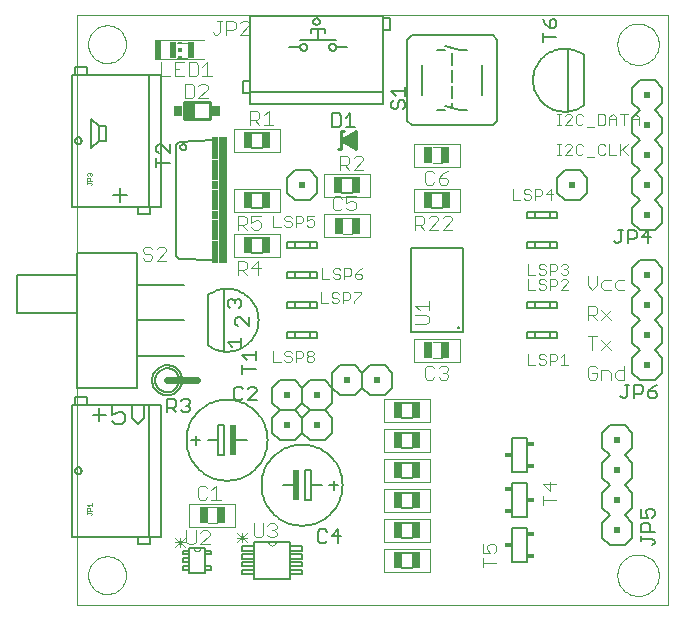
<source format=gto>
G75*
G70*
%OFA0B0*%
%FSLAX24Y24*%
%IPPOS*%
%LPD*%
%AMOC8*
5,1,8,0,0,1.08239X$1,22.5*
%
%ADD10C,0.0000*%
%ADD11C,0.0060*%
%ADD12C,0.0040*%
%ADD13C,0.0030*%
%ADD14C,0.0050*%
%ADD15R,0.0118X0.0059*%
%ADD16R,0.0118X0.0118*%
%ADD17R,0.0236X0.0531*%
%ADD18R,0.1634X0.0030*%
%ADD19R,0.0049X0.0591*%
%ADD20R,0.0197X0.0591*%
%ADD21C,0.0020*%
%ADD22R,0.0256X0.0551*%
%ADD23C,0.0080*%
%ADD24C,0.0010*%
%ADD25R,0.0295X0.0571*%
%ADD26R,0.0200X0.1000*%
%ADD27R,0.0200X0.0200*%
%ADD28C,0.0100*%
%ADD29C,0.0240*%
%ADD30R,0.0300X0.4200*%
%ADD31R,0.0200X0.0750*%
%ADD32R,0.0200X0.0300*%
%ADD33R,0.0200X0.0700*%
%ADD34R,0.0295X0.0335*%
%ADD35R,0.0354X0.0531*%
%ADD36R,0.0230X0.0180*%
D10*
X002125Y000100D02*
X002125Y019785D01*
X021810Y019785D01*
X021810Y000100D01*
X002125Y000100D01*
X002495Y001100D02*
X002497Y001150D01*
X002503Y001200D01*
X002513Y001249D01*
X002527Y001297D01*
X002544Y001344D01*
X002565Y001389D01*
X002590Y001433D01*
X002618Y001474D01*
X002650Y001513D01*
X002684Y001550D01*
X002721Y001584D01*
X002761Y001614D01*
X002803Y001641D01*
X002847Y001665D01*
X002893Y001686D01*
X002940Y001702D01*
X002988Y001715D01*
X003038Y001724D01*
X003087Y001729D01*
X003138Y001730D01*
X003188Y001727D01*
X003237Y001720D01*
X003286Y001709D01*
X003334Y001694D01*
X003380Y001676D01*
X003425Y001654D01*
X003468Y001628D01*
X003509Y001599D01*
X003548Y001567D01*
X003584Y001532D01*
X003616Y001494D01*
X003646Y001454D01*
X003673Y001411D01*
X003696Y001367D01*
X003715Y001321D01*
X003731Y001273D01*
X003743Y001224D01*
X003751Y001175D01*
X003755Y001125D01*
X003755Y001075D01*
X003751Y001025D01*
X003743Y000976D01*
X003731Y000927D01*
X003715Y000879D01*
X003696Y000833D01*
X003673Y000789D01*
X003646Y000746D01*
X003616Y000706D01*
X003584Y000668D01*
X003548Y000633D01*
X003509Y000601D01*
X003468Y000572D01*
X003425Y000546D01*
X003380Y000524D01*
X003334Y000506D01*
X003286Y000491D01*
X003237Y000480D01*
X003188Y000473D01*
X003138Y000470D01*
X003087Y000471D01*
X003038Y000476D01*
X002988Y000485D01*
X002940Y000498D01*
X002893Y000514D01*
X002847Y000535D01*
X002803Y000559D01*
X002761Y000586D01*
X002721Y000616D01*
X002684Y000650D01*
X002650Y000687D01*
X002618Y000726D01*
X002590Y000767D01*
X002565Y000811D01*
X002544Y000856D01*
X002527Y000903D01*
X002513Y000951D01*
X002503Y001000D01*
X002497Y001050D01*
X002495Y001100D01*
X006005Y002020D02*
X006008Y001999D01*
X006014Y001979D01*
X006024Y001961D01*
X006036Y001944D01*
X006052Y001930D01*
X006069Y001919D01*
X006089Y001911D01*
X006109Y001906D01*
X006130Y001905D01*
X006151Y001908D01*
X006171Y001914D01*
X006189Y001924D01*
X006206Y001936D01*
X006220Y001952D01*
X006231Y001969D01*
X006239Y001989D01*
X006244Y002009D01*
X006245Y002030D01*
X006175Y001920D02*
X006156Y001913D01*
X006135Y001909D01*
X006115Y001909D01*
X006094Y001913D01*
X006075Y001920D01*
X008505Y002210D02*
X008507Y002189D01*
X008512Y002169D01*
X008521Y002150D01*
X008533Y002133D01*
X008548Y002118D01*
X008565Y002106D01*
X008584Y002097D01*
X008604Y002092D01*
X008625Y002090D01*
X008646Y002092D01*
X008666Y002097D01*
X008685Y002106D01*
X008702Y002118D01*
X008717Y002133D01*
X008729Y002150D01*
X008738Y002169D01*
X008743Y002189D01*
X008745Y002210D01*
X008743Y002189D01*
X008738Y002169D01*
X008729Y002150D01*
X008717Y002133D01*
X008702Y002118D01*
X008685Y002106D01*
X008666Y002097D01*
X008646Y002092D01*
X008625Y002090D01*
X008604Y002092D01*
X008584Y002097D01*
X008565Y002106D01*
X008548Y002118D01*
X008533Y002133D01*
X008521Y002150D01*
X008512Y002169D01*
X008507Y002189D01*
X008505Y002210D01*
X020136Y001100D02*
X020138Y001152D01*
X020144Y001204D01*
X020154Y001255D01*
X020167Y001305D01*
X020185Y001355D01*
X020206Y001402D01*
X020230Y001448D01*
X020259Y001492D01*
X020290Y001534D01*
X020324Y001573D01*
X020361Y001610D01*
X020401Y001643D01*
X020444Y001674D01*
X020488Y001701D01*
X020534Y001725D01*
X020583Y001745D01*
X020632Y001761D01*
X020683Y001774D01*
X020734Y001783D01*
X020786Y001788D01*
X020838Y001789D01*
X020890Y001786D01*
X020942Y001779D01*
X020993Y001768D01*
X021043Y001754D01*
X021092Y001735D01*
X021139Y001713D01*
X021184Y001688D01*
X021228Y001659D01*
X021269Y001627D01*
X021308Y001592D01*
X021343Y001554D01*
X021376Y001513D01*
X021406Y001471D01*
X021432Y001426D01*
X021455Y001379D01*
X021474Y001330D01*
X021490Y001280D01*
X021502Y001230D01*
X021510Y001178D01*
X021514Y001126D01*
X021514Y001074D01*
X021510Y001022D01*
X021502Y000970D01*
X021490Y000920D01*
X021474Y000870D01*
X021455Y000821D01*
X021432Y000774D01*
X021406Y000729D01*
X021376Y000687D01*
X021343Y000646D01*
X021308Y000608D01*
X021269Y000573D01*
X021228Y000541D01*
X021184Y000512D01*
X021139Y000487D01*
X021092Y000465D01*
X021043Y000446D01*
X020993Y000432D01*
X020942Y000421D01*
X020890Y000414D01*
X020838Y000411D01*
X020786Y000412D01*
X020734Y000417D01*
X020683Y000426D01*
X020632Y000439D01*
X020583Y000455D01*
X020534Y000475D01*
X020488Y000499D01*
X020444Y000526D01*
X020401Y000557D01*
X020361Y000590D01*
X020324Y000627D01*
X020290Y000666D01*
X020259Y000708D01*
X020230Y000752D01*
X020206Y000798D01*
X020185Y000845D01*
X020167Y000895D01*
X020154Y000945D01*
X020144Y000996D01*
X020138Y001048D01*
X020136Y001100D01*
X020136Y018800D02*
X020138Y018852D01*
X020144Y018904D01*
X020154Y018955D01*
X020167Y019005D01*
X020185Y019055D01*
X020206Y019102D01*
X020230Y019148D01*
X020259Y019192D01*
X020290Y019234D01*
X020324Y019273D01*
X020361Y019310D01*
X020401Y019343D01*
X020444Y019374D01*
X020488Y019401D01*
X020534Y019425D01*
X020583Y019445D01*
X020632Y019461D01*
X020683Y019474D01*
X020734Y019483D01*
X020786Y019488D01*
X020838Y019489D01*
X020890Y019486D01*
X020942Y019479D01*
X020993Y019468D01*
X021043Y019454D01*
X021092Y019435D01*
X021139Y019413D01*
X021184Y019388D01*
X021228Y019359D01*
X021269Y019327D01*
X021308Y019292D01*
X021343Y019254D01*
X021376Y019213D01*
X021406Y019171D01*
X021432Y019126D01*
X021455Y019079D01*
X021474Y019030D01*
X021490Y018980D01*
X021502Y018930D01*
X021510Y018878D01*
X021514Y018826D01*
X021514Y018774D01*
X021510Y018722D01*
X021502Y018670D01*
X021490Y018620D01*
X021474Y018570D01*
X021455Y018521D01*
X021432Y018474D01*
X021406Y018429D01*
X021376Y018387D01*
X021343Y018346D01*
X021308Y018308D01*
X021269Y018273D01*
X021228Y018241D01*
X021184Y018212D01*
X021139Y018187D01*
X021092Y018165D01*
X021043Y018146D01*
X020993Y018132D01*
X020942Y018121D01*
X020890Y018114D01*
X020838Y018111D01*
X020786Y018112D01*
X020734Y018117D01*
X020683Y018126D01*
X020632Y018139D01*
X020583Y018155D01*
X020534Y018175D01*
X020488Y018199D01*
X020444Y018226D01*
X020401Y018257D01*
X020361Y018290D01*
X020324Y018327D01*
X020290Y018366D01*
X020259Y018408D01*
X020230Y018452D01*
X020206Y018498D01*
X020185Y018545D01*
X020167Y018595D01*
X020154Y018645D01*
X020144Y018696D01*
X020138Y018748D01*
X020136Y018800D01*
X002495Y018800D02*
X002497Y018850D01*
X002503Y018900D01*
X002513Y018949D01*
X002527Y018997D01*
X002544Y019044D01*
X002565Y019089D01*
X002590Y019133D01*
X002618Y019174D01*
X002650Y019213D01*
X002684Y019250D01*
X002721Y019284D01*
X002761Y019314D01*
X002803Y019341D01*
X002847Y019365D01*
X002893Y019386D01*
X002940Y019402D01*
X002988Y019415D01*
X003038Y019424D01*
X003087Y019429D01*
X003138Y019430D01*
X003188Y019427D01*
X003237Y019420D01*
X003286Y019409D01*
X003334Y019394D01*
X003380Y019376D01*
X003425Y019354D01*
X003468Y019328D01*
X003509Y019299D01*
X003548Y019267D01*
X003584Y019232D01*
X003616Y019194D01*
X003646Y019154D01*
X003673Y019111D01*
X003696Y019067D01*
X003715Y019021D01*
X003731Y018973D01*
X003743Y018924D01*
X003751Y018875D01*
X003755Y018825D01*
X003755Y018775D01*
X003751Y018725D01*
X003743Y018676D01*
X003731Y018627D01*
X003715Y018579D01*
X003696Y018533D01*
X003673Y018489D01*
X003646Y018446D01*
X003616Y018406D01*
X003584Y018368D01*
X003548Y018333D01*
X003509Y018301D01*
X003468Y018272D01*
X003425Y018246D01*
X003380Y018224D01*
X003334Y018206D01*
X003286Y018191D01*
X003237Y018180D01*
X003188Y018173D01*
X003138Y018170D01*
X003087Y018171D01*
X003038Y018176D01*
X002988Y018185D01*
X002940Y018198D01*
X002893Y018214D01*
X002847Y018235D01*
X002803Y018259D01*
X002761Y018286D01*
X002721Y018316D01*
X002684Y018350D01*
X002650Y018387D01*
X002618Y018426D01*
X002590Y018467D01*
X002565Y018511D01*
X002544Y018556D01*
X002527Y018603D01*
X002513Y018651D01*
X002503Y018700D01*
X002497Y018750D01*
X002495Y018800D01*
D11*
X002605Y016300D02*
X002605Y015340D01*
X002845Y015580D01*
X002845Y016060D01*
X002605Y016300D01*
X002845Y016060D02*
X003085Y016060D01*
X003085Y015580D01*
X002845Y015580D01*
X003565Y014020D02*
X003565Y013540D01*
X003325Y013780D02*
X003805Y013780D01*
X007964Y013850D02*
X008286Y013850D01*
X008286Y013350D02*
X007964Y013350D01*
X007964Y012350D02*
X008286Y012350D01*
X008286Y011850D02*
X007964Y011850D01*
X009125Y012000D02*
X009175Y012000D01*
X009375Y012000D01*
X009875Y012000D01*
X010075Y012000D01*
X010125Y012000D01*
X010125Y012200D01*
X010075Y012200D01*
X009875Y012200D01*
X009375Y012200D01*
X009175Y012200D01*
X009125Y012200D01*
X009125Y012000D01*
X009375Y012000D02*
X009375Y012200D01*
X009875Y012200D02*
X009875Y012000D01*
X009875Y011200D02*
X009375Y011200D01*
X009175Y011200D01*
X009125Y011200D01*
X009125Y011000D01*
X009175Y011000D01*
X009375Y011000D01*
X009875Y011000D01*
X010075Y011000D01*
X010125Y011000D01*
X010125Y011200D01*
X010075Y011200D01*
X009875Y011200D01*
X009875Y011000D01*
X009375Y011000D02*
X009375Y011200D01*
X009375Y010200D02*
X009175Y010200D01*
X009125Y010200D01*
X009125Y010000D01*
X009175Y010000D01*
X009375Y010000D01*
X009875Y010000D01*
X010075Y010000D01*
X010125Y010000D01*
X010125Y010200D01*
X010075Y010200D01*
X009875Y010200D01*
X009375Y010200D01*
X009375Y010000D01*
X009875Y010000D02*
X009875Y010200D01*
X009875Y009200D02*
X009375Y009200D01*
X009175Y009200D01*
X009125Y009200D01*
X009125Y009000D01*
X009175Y009000D01*
X009375Y009000D01*
X009875Y009000D01*
X010075Y009000D01*
X010125Y009000D01*
X010125Y009200D01*
X010075Y009200D01*
X009875Y009200D01*
X009875Y009000D01*
X009375Y009000D02*
X009375Y009200D01*
X007025Y006100D02*
X006825Y006100D01*
X006825Y005600D01*
X006825Y005100D01*
X007025Y005100D01*
X007025Y006100D01*
X005775Y005600D02*
X005777Y005673D01*
X005783Y005746D01*
X005793Y005818D01*
X005807Y005890D01*
X005824Y005961D01*
X005846Y006031D01*
X005871Y006100D01*
X005900Y006167D01*
X005932Y006232D01*
X005968Y006296D01*
X006008Y006358D01*
X006050Y006417D01*
X006096Y006474D01*
X006145Y006528D01*
X006197Y006580D01*
X006251Y006629D01*
X006308Y006675D01*
X006367Y006717D01*
X006429Y006757D01*
X006493Y006793D01*
X006558Y006825D01*
X006625Y006854D01*
X006694Y006879D01*
X006764Y006901D01*
X006835Y006918D01*
X006907Y006932D01*
X006979Y006942D01*
X007052Y006948D01*
X007125Y006950D01*
X007198Y006948D01*
X007271Y006942D01*
X007343Y006932D01*
X007415Y006918D01*
X007486Y006901D01*
X007556Y006879D01*
X007625Y006854D01*
X007692Y006825D01*
X007757Y006793D01*
X007821Y006757D01*
X007883Y006717D01*
X007942Y006675D01*
X007999Y006629D01*
X008053Y006580D01*
X008105Y006528D01*
X008154Y006474D01*
X008200Y006417D01*
X008242Y006358D01*
X008282Y006296D01*
X008318Y006232D01*
X008350Y006167D01*
X008379Y006100D01*
X008404Y006031D01*
X008426Y005961D01*
X008443Y005890D01*
X008457Y005818D01*
X008467Y005746D01*
X008473Y005673D01*
X008475Y005600D01*
X008473Y005527D01*
X008467Y005454D01*
X008457Y005382D01*
X008443Y005310D01*
X008426Y005239D01*
X008404Y005169D01*
X008379Y005100D01*
X008350Y005033D01*
X008318Y004968D01*
X008282Y004904D01*
X008242Y004842D01*
X008200Y004783D01*
X008154Y004726D01*
X008105Y004672D01*
X008053Y004620D01*
X007999Y004571D01*
X007942Y004525D01*
X007883Y004483D01*
X007821Y004443D01*
X007757Y004407D01*
X007692Y004375D01*
X007625Y004346D01*
X007556Y004321D01*
X007486Y004299D01*
X007415Y004282D01*
X007343Y004268D01*
X007271Y004258D01*
X007198Y004252D01*
X007125Y004250D01*
X007052Y004252D01*
X006979Y004258D01*
X006907Y004268D01*
X006835Y004282D01*
X006764Y004299D01*
X006694Y004321D01*
X006625Y004346D01*
X006558Y004375D01*
X006493Y004407D01*
X006429Y004443D01*
X006367Y004483D01*
X006308Y004525D01*
X006251Y004571D01*
X006197Y004620D01*
X006145Y004672D01*
X006096Y004726D01*
X006050Y004783D01*
X006008Y004842D01*
X005968Y004904D01*
X005932Y004968D01*
X005900Y005033D01*
X005871Y005100D01*
X005846Y005169D01*
X005824Y005239D01*
X005807Y005310D01*
X005793Y005382D01*
X005783Y005454D01*
X005777Y005527D01*
X005775Y005600D01*
X005925Y005600D02*
X006225Y005600D01*
X006075Y005450D02*
X006075Y005750D01*
X006475Y005600D02*
X006825Y005600D01*
X007375Y005600D02*
X007775Y005600D01*
X008975Y004100D02*
X009375Y004100D01*
X008275Y004100D02*
X008277Y004173D01*
X008283Y004246D01*
X008293Y004318D01*
X008307Y004390D01*
X008324Y004461D01*
X008346Y004531D01*
X008371Y004600D01*
X008400Y004667D01*
X008432Y004732D01*
X008468Y004796D01*
X008508Y004858D01*
X008550Y004917D01*
X008596Y004974D01*
X008645Y005028D01*
X008697Y005080D01*
X008751Y005129D01*
X008808Y005175D01*
X008867Y005217D01*
X008929Y005257D01*
X008993Y005293D01*
X009058Y005325D01*
X009125Y005354D01*
X009194Y005379D01*
X009264Y005401D01*
X009335Y005418D01*
X009407Y005432D01*
X009479Y005442D01*
X009552Y005448D01*
X009625Y005450D01*
X009698Y005448D01*
X009771Y005442D01*
X009843Y005432D01*
X009915Y005418D01*
X009986Y005401D01*
X010056Y005379D01*
X010125Y005354D01*
X010192Y005325D01*
X010257Y005293D01*
X010321Y005257D01*
X010383Y005217D01*
X010442Y005175D01*
X010499Y005129D01*
X010553Y005080D01*
X010605Y005028D01*
X010654Y004974D01*
X010700Y004917D01*
X010742Y004858D01*
X010782Y004796D01*
X010818Y004732D01*
X010850Y004667D01*
X010879Y004600D01*
X010904Y004531D01*
X010926Y004461D01*
X010943Y004390D01*
X010957Y004318D01*
X010967Y004246D01*
X010973Y004173D01*
X010975Y004100D01*
X010973Y004027D01*
X010967Y003954D01*
X010957Y003882D01*
X010943Y003810D01*
X010926Y003739D01*
X010904Y003669D01*
X010879Y003600D01*
X010850Y003533D01*
X010818Y003468D01*
X010782Y003404D01*
X010742Y003342D01*
X010700Y003283D01*
X010654Y003226D01*
X010605Y003172D01*
X010553Y003120D01*
X010499Y003071D01*
X010442Y003025D01*
X010383Y002983D01*
X010321Y002943D01*
X010257Y002907D01*
X010192Y002875D01*
X010125Y002846D01*
X010056Y002821D01*
X009986Y002799D01*
X009915Y002782D01*
X009843Y002768D01*
X009771Y002758D01*
X009698Y002752D01*
X009625Y002750D01*
X009552Y002752D01*
X009479Y002758D01*
X009407Y002768D01*
X009335Y002782D01*
X009264Y002799D01*
X009194Y002821D01*
X009125Y002846D01*
X009058Y002875D01*
X008993Y002907D01*
X008929Y002943D01*
X008867Y002983D01*
X008808Y003025D01*
X008751Y003071D01*
X008697Y003120D01*
X008645Y003172D01*
X008596Y003226D01*
X008550Y003283D01*
X008508Y003342D01*
X008468Y003404D01*
X008432Y003468D01*
X008400Y003533D01*
X008371Y003600D01*
X008346Y003669D01*
X008324Y003739D01*
X008307Y003810D01*
X008293Y003882D01*
X008283Y003954D01*
X008277Y004027D01*
X008275Y004100D01*
X009725Y003600D02*
X009925Y003600D01*
X009925Y004100D01*
X009925Y004600D01*
X009725Y004600D01*
X009725Y003600D01*
X009925Y004100D02*
X010275Y004100D01*
X010525Y004100D02*
X010825Y004100D01*
X010675Y004250D02*
X010675Y003950D01*
X009235Y002210D02*
X008745Y002210D01*
X008505Y002210D01*
X008015Y002210D01*
X008015Y000990D01*
X009235Y000990D01*
X009235Y002210D01*
X008745Y002210D01*
X008505Y002210D01*
X008015Y002210D01*
X008015Y002060D02*
X007625Y002060D01*
X007625Y001910D01*
X008015Y001910D01*
X008015Y002060D01*
X008015Y001800D02*
X007625Y001800D01*
X007625Y001650D01*
X008015Y001650D01*
X008015Y001800D01*
X008015Y001550D02*
X007625Y001550D01*
X007635Y001400D01*
X008015Y001400D01*
X008015Y001550D01*
X008015Y001290D02*
X007625Y001290D01*
X007635Y001140D01*
X008015Y001140D01*
X008015Y001290D01*
X008015Y000990D02*
X009235Y000990D01*
X009235Y001140D02*
X009625Y001140D01*
X009625Y001290D01*
X009235Y001290D01*
X009235Y001140D01*
X009235Y001400D02*
X009625Y001400D01*
X009625Y001550D01*
X009235Y001550D01*
X009235Y001400D01*
X009235Y001650D02*
X009625Y001650D01*
X009625Y001800D01*
X009235Y001800D01*
X009235Y001650D01*
X009235Y001910D02*
X009625Y001910D01*
X009615Y002060D01*
X009235Y002060D01*
X009235Y001910D01*
X006595Y001920D02*
X006405Y001920D01*
X006405Y001800D01*
X006595Y001800D01*
X006595Y001920D01*
X006405Y001920D02*
X006405Y002020D01*
X006005Y002020D01*
X005845Y002020D01*
X005845Y001920D01*
X005655Y001920D01*
X005655Y001800D01*
X005845Y001800D01*
X005845Y001660D01*
X005655Y001660D01*
X005655Y001540D01*
X005845Y001540D01*
X005845Y001400D01*
X005655Y001400D01*
X005655Y001280D01*
X005845Y001280D01*
X005845Y001400D01*
X005845Y001280D02*
X005845Y001180D01*
X006405Y001180D01*
X006405Y001280D01*
X006595Y001280D01*
X006595Y001400D01*
X006405Y001400D01*
X006405Y001800D01*
X006405Y001650D02*
X006405Y001550D01*
X006405Y001400D02*
X006405Y001280D01*
X006215Y001180D02*
X006035Y001180D01*
X005845Y001540D02*
X005845Y001660D01*
X005845Y001800D02*
X005845Y001920D01*
X006035Y002020D02*
X006215Y002020D01*
X004158Y006130D02*
X004371Y006344D01*
X004371Y006771D01*
X003944Y006771D02*
X003944Y006344D01*
X004158Y006130D01*
X003727Y006237D02*
X003620Y006130D01*
X003406Y006130D01*
X003300Y006237D01*
X003300Y006450D02*
X003513Y006557D01*
X003620Y006557D01*
X003727Y006450D01*
X003727Y006237D01*
X003300Y006450D02*
X003300Y006771D01*
X003727Y006771D01*
X003082Y006450D02*
X002655Y006450D01*
X002869Y006237D02*
X002869Y006664D01*
X004725Y007600D02*
X004727Y007640D01*
X004733Y007679D01*
X004743Y007718D01*
X004756Y007755D01*
X004774Y007791D01*
X004795Y007825D01*
X004819Y007857D01*
X004846Y007886D01*
X004876Y007913D01*
X004908Y007936D01*
X004943Y007956D01*
X004979Y007972D01*
X005017Y007985D01*
X005056Y007994D01*
X005095Y007999D01*
X005135Y008000D01*
X005175Y007997D01*
X005214Y007990D01*
X005252Y007979D01*
X005290Y007965D01*
X005325Y007946D01*
X005358Y007925D01*
X005390Y007900D01*
X005418Y007872D01*
X005444Y007842D01*
X005466Y007809D01*
X005485Y007774D01*
X005501Y007737D01*
X005513Y007699D01*
X005521Y007660D01*
X005525Y007620D01*
X005525Y007580D01*
X005521Y007540D01*
X005513Y007501D01*
X005501Y007463D01*
X005485Y007426D01*
X005466Y007391D01*
X005444Y007358D01*
X005418Y007328D01*
X005390Y007300D01*
X005358Y007275D01*
X005325Y007254D01*
X005290Y007235D01*
X005252Y007221D01*
X005214Y007210D01*
X005175Y007203D01*
X005135Y007200D01*
X005095Y007201D01*
X005056Y007206D01*
X005017Y007215D01*
X004979Y007228D01*
X004943Y007244D01*
X004908Y007264D01*
X004876Y007287D01*
X004846Y007314D01*
X004819Y007343D01*
X004795Y007375D01*
X004774Y007409D01*
X004756Y007445D01*
X004743Y007482D01*
X004733Y007521D01*
X004727Y007560D01*
X004725Y007600D01*
X004625Y007600D02*
X004627Y007644D01*
X004633Y007688D01*
X004643Y007731D01*
X004656Y007773D01*
X004673Y007814D01*
X004694Y007853D01*
X004718Y007890D01*
X004745Y007925D01*
X004775Y007957D01*
X004808Y007987D01*
X004844Y008013D01*
X004881Y008037D01*
X004921Y008056D01*
X004962Y008073D01*
X005005Y008085D01*
X005048Y008094D01*
X005092Y008099D01*
X005136Y008100D01*
X005180Y008097D01*
X005224Y008090D01*
X005267Y008079D01*
X005309Y008065D01*
X005349Y008047D01*
X005388Y008025D01*
X005424Y008001D01*
X005458Y007973D01*
X005490Y007942D01*
X005519Y007908D01*
X005545Y007872D01*
X005567Y007834D01*
X005586Y007794D01*
X005601Y007752D01*
X005613Y007710D01*
X005621Y007666D01*
X005625Y007622D01*
X005625Y007578D01*
X005621Y007534D01*
X005613Y007490D01*
X005601Y007448D01*
X005586Y007406D01*
X005567Y007366D01*
X005545Y007328D01*
X005519Y007292D01*
X005490Y007258D01*
X005458Y007227D01*
X005424Y007199D01*
X005388Y007175D01*
X005349Y007153D01*
X005309Y007135D01*
X005267Y007121D01*
X005224Y007110D01*
X005180Y007103D01*
X005136Y007100D01*
X005092Y007101D01*
X005048Y007106D01*
X005005Y007115D01*
X004962Y007127D01*
X004921Y007144D01*
X004881Y007163D01*
X004844Y007187D01*
X004808Y007213D01*
X004775Y007243D01*
X004745Y007275D01*
X004718Y007310D01*
X004694Y007347D01*
X004673Y007386D01*
X004656Y007427D01*
X004643Y007469D01*
X004633Y007512D01*
X004627Y007556D01*
X004625Y007600D01*
X010964Y013850D02*
X011286Y013850D01*
X011286Y014350D02*
X010964Y014350D01*
X013125Y016250D02*
X013125Y018950D01*
X013275Y019100D01*
X015975Y019100D01*
X016125Y018950D01*
X016125Y016250D01*
X015975Y016100D01*
X013275Y016100D01*
X013125Y016250D01*
X013625Y017100D02*
X013625Y018100D01*
X014125Y018600D02*
X014375Y018600D01*
X014375Y018750D02*
X014875Y018600D01*
X015125Y018600D01*
X014625Y018500D02*
X014625Y018100D01*
X014625Y017950D02*
X014625Y017550D01*
X014625Y017400D02*
X014625Y017000D01*
X014625Y016850D02*
X014625Y016700D01*
X014375Y016750D02*
X014875Y016600D01*
X015125Y016600D01*
X015625Y017100D02*
X015625Y018100D01*
X014375Y016600D02*
X014125Y016600D01*
X013964Y013850D02*
X014286Y013850D01*
X014286Y013350D02*
X013964Y013350D01*
X017125Y013200D02*
X017125Y013000D01*
X017175Y013000D01*
X017375Y013000D01*
X017875Y013000D01*
X018075Y013000D01*
X018125Y013000D01*
X018125Y013200D01*
X018075Y013200D01*
X017875Y013200D01*
X017375Y013200D01*
X017175Y013200D01*
X017125Y013200D01*
X017375Y013200D02*
X017375Y013000D01*
X017875Y013000D02*
X017875Y013200D01*
X017875Y012200D02*
X017375Y012200D01*
X017175Y012200D01*
X017125Y012200D01*
X017125Y012000D01*
X017175Y012000D01*
X017375Y012000D01*
X017875Y012000D01*
X018075Y012000D01*
X018125Y012000D01*
X018125Y012200D01*
X018075Y012200D01*
X017875Y012200D01*
X017875Y012000D01*
X017375Y012000D02*
X017375Y012200D01*
X017375Y010200D02*
X017175Y010200D01*
X017125Y010200D01*
X017125Y010000D01*
X017175Y010000D01*
X017375Y010000D01*
X017875Y010000D01*
X018075Y010000D01*
X018125Y010000D01*
X018125Y010200D01*
X018075Y010200D01*
X017875Y010200D01*
X017375Y010200D01*
X017375Y010000D01*
X017875Y010000D02*
X017875Y010200D01*
X017875Y009200D02*
X017375Y009200D01*
X017175Y009200D01*
X017125Y009200D01*
X017125Y009000D01*
X017175Y009000D01*
X017375Y009000D01*
X017875Y009000D01*
X018075Y009000D01*
X018125Y009000D01*
X018125Y009200D01*
X018075Y009200D01*
X017875Y009200D01*
X017875Y009000D01*
X017375Y009000D02*
X017375Y009200D01*
X013286Y006850D02*
X012964Y006850D01*
X012964Y006350D02*
X013286Y006350D01*
X013286Y005850D02*
X012964Y005850D01*
X012964Y005350D02*
X013286Y005350D01*
X013286Y004850D02*
X012964Y004850D01*
X012964Y004350D02*
X013286Y004350D01*
X013286Y003850D02*
X012964Y003850D01*
X012964Y003350D02*
X013286Y003350D01*
X013286Y002850D02*
X012964Y002850D01*
X012964Y002350D02*
X013286Y002350D01*
X013286Y001850D02*
X012964Y001850D01*
X012964Y001350D02*
X013286Y001350D01*
X008286Y015350D02*
X007964Y015350D01*
X007964Y015850D02*
X008286Y015850D01*
X009205Y018700D02*
X009565Y018700D01*
X009567Y018721D01*
X009573Y018742D01*
X009582Y018762D01*
X009595Y018779D01*
X009610Y018794D01*
X009628Y018806D01*
X009648Y018814D01*
X009669Y018819D01*
X009690Y018820D01*
X009712Y018817D01*
X009732Y018810D01*
X009751Y018800D01*
X009768Y018787D01*
X009782Y018771D01*
X009793Y018752D01*
X009801Y018732D01*
X009805Y018711D01*
X009805Y018689D01*
X009801Y018668D01*
X009793Y018648D01*
X009782Y018629D01*
X009768Y018613D01*
X009751Y018600D01*
X009732Y018590D01*
X009712Y018583D01*
X009690Y018580D01*
X009669Y018581D01*
X009648Y018586D01*
X009628Y018594D01*
X009610Y018606D01*
X009595Y018621D01*
X009582Y018638D01*
X009573Y018658D01*
X009567Y018679D01*
X009565Y018700D01*
X009565Y018940D02*
X010165Y018940D01*
X010165Y019300D01*
X010405Y019300D01*
X010405Y019180D01*
X010165Y019300D02*
X009925Y019300D01*
X009925Y019180D01*
X010165Y018940D02*
X010765Y018940D01*
X010765Y018700D02*
X011125Y018700D01*
X010525Y018700D02*
X010527Y018721D01*
X010533Y018742D01*
X010542Y018762D01*
X010555Y018779D01*
X010570Y018794D01*
X010588Y018806D01*
X010608Y018814D01*
X010629Y018819D01*
X010650Y018820D01*
X010672Y018817D01*
X010692Y018810D01*
X010711Y018800D01*
X010728Y018787D01*
X010742Y018771D01*
X010753Y018752D01*
X010761Y018732D01*
X010765Y018711D01*
X010765Y018689D01*
X010761Y018668D01*
X010753Y018648D01*
X010742Y018629D01*
X010728Y018613D01*
X010711Y018600D01*
X010692Y018590D01*
X010672Y018583D01*
X010650Y018580D01*
X010629Y018581D01*
X010608Y018586D01*
X010588Y018594D01*
X010570Y018606D01*
X010555Y018621D01*
X010542Y018638D01*
X010533Y018658D01*
X010527Y018679D01*
X010525Y018700D01*
D12*
X008509Y016580D02*
X008509Y016120D01*
X008662Y016120D02*
X008355Y016120D01*
X008202Y016120D02*
X008048Y016273D01*
X008125Y016273D02*
X007895Y016273D01*
X007895Y016120D02*
X007895Y016580D01*
X008125Y016580D01*
X008202Y016504D01*
X008202Y016350D01*
X008125Y016273D01*
X008355Y016427D02*
X008509Y016580D01*
X006612Y017740D02*
X006305Y017740D01*
X006458Y017740D02*
X006458Y018200D01*
X006305Y018047D01*
X006151Y018124D02*
X006074Y018200D01*
X005844Y018200D01*
X005844Y017740D01*
X006074Y017740D01*
X006151Y017817D01*
X006151Y018124D01*
X005802Y018354D02*
X005448Y018354D01*
X005384Y018200D02*
X005384Y017740D01*
X005691Y017740D01*
X005712Y017474D02*
X005942Y017474D01*
X006019Y017397D01*
X006019Y017090D01*
X005942Y017014D01*
X005712Y017014D01*
X005712Y017474D01*
X006172Y017397D02*
X006249Y017474D01*
X006403Y017474D01*
X006479Y017397D01*
X006479Y017321D01*
X006172Y017014D01*
X006479Y017014D01*
X005537Y017970D02*
X005384Y017970D01*
X005384Y018200D02*
X005691Y018200D01*
X005230Y017740D02*
X004923Y017740D01*
X004923Y018200D01*
X005448Y018846D02*
X005812Y018846D01*
X006645Y019197D02*
X006722Y019120D01*
X006798Y019120D01*
X006875Y019197D01*
X006875Y019580D01*
X006798Y019580D02*
X006952Y019580D01*
X007105Y019580D02*
X007336Y019580D01*
X007412Y019504D01*
X007412Y019350D01*
X007336Y019273D01*
X007105Y019273D01*
X007105Y019120D02*
X007105Y019580D01*
X007566Y019504D02*
X007643Y019580D01*
X007796Y019580D01*
X007873Y019504D01*
X007873Y019427D01*
X007566Y019120D01*
X007873Y019120D01*
X010895Y015080D02*
X011125Y015080D01*
X011202Y015004D01*
X011202Y014850D01*
X011125Y014773D01*
X010895Y014773D01*
X010895Y014620D02*
X010895Y015080D01*
X011048Y014773D02*
X011202Y014620D01*
X011355Y014620D02*
X011662Y014927D01*
X011662Y015004D01*
X011586Y015080D01*
X011432Y015080D01*
X011355Y015004D01*
X011355Y014620D02*
X011662Y014620D01*
X011412Y013730D02*
X011105Y013730D01*
X011105Y013500D01*
X011259Y013577D01*
X011336Y013577D01*
X011412Y013500D01*
X011412Y013347D01*
X011336Y013270D01*
X011182Y013270D01*
X011105Y013347D01*
X010952Y013347D02*
X010875Y013270D01*
X010722Y013270D01*
X010645Y013347D01*
X010645Y013654D01*
X010722Y013730D01*
X010875Y013730D01*
X010952Y013654D01*
X010975Y013010D02*
X011275Y013010D01*
X011275Y012490D02*
X010985Y012490D01*
X010017Y012780D02*
X009957Y012720D01*
X009837Y012720D01*
X009777Y012780D01*
X009777Y012900D02*
X009897Y012960D01*
X009957Y012960D01*
X010017Y012900D01*
X010017Y012780D01*
X009777Y012900D02*
X009777Y013080D01*
X010017Y013080D01*
X009649Y013020D02*
X009649Y012900D01*
X009589Y012840D01*
X009408Y012840D01*
X009408Y012720D02*
X009408Y013080D01*
X009589Y013080D01*
X009649Y013020D01*
X009280Y013020D02*
X009220Y013080D01*
X009100Y013080D01*
X009040Y013020D01*
X009040Y012960D01*
X009100Y012900D01*
X009220Y012900D01*
X009280Y012840D01*
X009280Y012780D01*
X009220Y012720D01*
X009100Y012720D01*
X009040Y012780D01*
X008912Y012720D02*
X008672Y012720D01*
X008672Y013080D01*
X008242Y013080D02*
X007935Y013080D01*
X007935Y012850D01*
X008088Y012927D01*
X008165Y012927D01*
X008242Y012850D01*
X008242Y012697D01*
X008165Y012620D01*
X008011Y012620D01*
X007935Y012697D01*
X007781Y012620D02*
X007628Y012773D01*
X007704Y012773D02*
X007474Y012773D01*
X007474Y012620D02*
X007474Y013080D01*
X007704Y013080D01*
X007781Y013004D01*
X007781Y012850D01*
X007704Y012773D01*
X007704Y011580D02*
X007474Y011580D01*
X007474Y011120D01*
X007474Y011273D02*
X007704Y011273D01*
X007781Y011350D01*
X007781Y011504D01*
X007704Y011580D01*
X007628Y011273D02*
X007781Y011120D01*
X007935Y011350D02*
X008242Y011350D01*
X008165Y011120D02*
X008165Y011580D01*
X007935Y011350D01*
X010295Y011330D02*
X010295Y010970D01*
X010535Y010970D01*
X010663Y011030D02*
X010723Y010970D01*
X010843Y010970D01*
X010904Y011030D01*
X010904Y011090D01*
X010843Y011150D01*
X010723Y011150D01*
X010663Y011210D01*
X010663Y011270D01*
X010723Y011330D01*
X010843Y011330D01*
X010904Y011270D01*
X011032Y011330D02*
X011212Y011330D01*
X011272Y011270D01*
X011272Y011150D01*
X011212Y011090D01*
X011032Y011090D01*
X011032Y010970D02*
X011032Y011330D01*
X011400Y011150D02*
X011580Y011150D01*
X011640Y011090D01*
X011640Y011030D01*
X011580Y010970D01*
X011460Y010970D01*
X011400Y011030D01*
X011400Y011150D01*
X011520Y011270D01*
X011640Y011330D01*
X011590Y010530D02*
X011350Y010530D01*
X011222Y010470D02*
X011222Y010350D01*
X011162Y010290D01*
X010982Y010290D01*
X010982Y010170D02*
X010982Y010530D01*
X011162Y010530D01*
X011222Y010470D01*
X011350Y010230D02*
X011350Y010170D01*
X011350Y010230D02*
X011590Y010470D01*
X011590Y010530D01*
X010854Y010470D02*
X010793Y010530D01*
X010673Y010530D01*
X010613Y010470D01*
X010613Y010410D01*
X010673Y010350D01*
X010793Y010350D01*
X010854Y010290D01*
X010854Y010230D01*
X010793Y010170D01*
X010673Y010170D01*
X010613Y010230D01*
X010485Y010170D02*
X010245Y010170D01*
X010245Y010530D01*
X009957Y008580D02*
X009837Y008580D01*
X009777Y008520D01*
X009777Y008460D01*
X009837Y008400D01*
X009957Y008400D01*
X010017Y008340D01*
X010017Y008280D01*
X009957Y008220D01*
X009837Y008220D01*
X009777Y008280D01*
X009777Y008340D01*
X009837Y008400D01*
X009957Y008400D02*
X010017Y008460D01*
X010017Y008520D01*
X009957Y008580D01*
X009649Y008520D02*
X009649Y008400D01*
X009589Y008340D01*
X009408Y008340D01*
X009408Y008220D02*
X009408Y008580D01*
X009589Y008580D01*
X009649Y008520D01*
X009280Y008520D02*
X009220Y008580D01*
X009100Y008580D01*
X009040Y008520D01*
X009040Y008460D01*
X009100Y008400D01*
X009220Y008400D01*
X009280Y008340D01*
X009280Y008280D01*
X009220Y008220D01*
X009100Y008220D01*
X009040Y008280D01*
X008912Y008220D02*
X008672Y008220D01*
X008672Y008580D01*
X005093Y011589D02*
X004786Y011589D01*
X005093Y011895D01*
X005093Y011972D01*
X005017Y012049D01*
X004863Y012049D01*
X004786Y011972D01*
X004633Y011972D02*
X004556Y012049D01*
X004403Y012049D01*
X004326Y011972D01*
X004326Y011895D01*
X004403Y011819D01*
X004556Y011819D01*
X004633Y011742D01*
X004633Y011665D01*
X004556Y011589D01*
X004403Y011589D01*
X004326Y011665D01*
X006222Y004080D02*
X006145Y004004D01*
X006145Y003697D01*
X006222Y003620D01*
X006375Y003620D01*
X006452Y003697D01*
X006605Y003620D02*
X006912Y003620D01*
X006759Y003620D02*
X006759Y004080D01*
X006605Y003927D01*
X006452Y004004D02*
X006375Y004080D01*
X006222Y004080D01*
X006475Y003360D02*
X006775Y003360D01*
X006775Y002840D02*
X006485Y002840D01*
X013724Y007697D02*
X013801Y007620D01*
X013954Y007620D01*
X014031Y007697D01*
X014185Y007697D02*
X014261Y007620D01*
X014415Y007620D01*
X014492Y007697D01*
X014492Y007773D01*
X014415Y007850D01*
X014338Y007850D01*
X014415Y007850D02*
X014492Y007927D01*
X014492Y008004D01*
X014415Y008080D01*
X014261Y008080D01*
X014185Y008004D01*
X014031Y008004D02*
X013954Y008080D01*
X013801Y008080D01*
X013724Y008004D01*
X013724Y007697D01*
X013975Y008340D02*
X014275Y008340D01*
X014265Y008860D02*
X013975Y008860D01*
X013772Y009468D02*
X013389Y009468D01*
X013389Y009775D02*
X013772Y009775D01*
X013849Y009699D01*
X013849Y009545D01*
X013772Y009468D01*
X013849Y009929D02*
X013849Y010236D01*
X013849Y010082D02*
X013389Y010082D01*
X013542Y009929D01*
X013395Y012620D02*
X013395Y013080D01*
X013625Y013080D01*
X013702Y013004D01*
X013702Y012850D01*
X013625Y012773D01*
X013395Y012773D01*
X013548Y012773D02*
X013702Y012620D01*
X013855Y012620D02*
X014162Y012927D01*
X014162Y013004D01*
X014086Y013080D01*
X013932Y013080D01*
X013855Y013004D01*
X013855Y012620D02*
X014162Y012620D01*
X014316Y012620D02*
X014623Y012927D01*
X014623Y013004D01*
X014546Y013080D01*
X014393Y013080D01*
X014316Y013004D01*
X014316Y012620D02*
X014623Y012620D01*
X014415Y014120D02*
X014492Y014197D01*
X014492Y014273D01*
X014415Y014350D01*
X014185Y014350D01*
X014185Y014197D01*
X014261Y014120D01*
X014415Y014120D01*
X014185Y014350D02*
X014338Y014504D01*
X014492Y014580D01*
X014275Y014840D02*
X013975Y014840D01*
X013954Y014580D02*
X013801Y014580D01*
X013724Y014504D01*
X013724Y014197D01*
X013801Y014120D01*
X013954Y014120D01*
X014031Y014197D01*
X014031Y014504D02*
X013954Y014580D01*
X013975Y015360D02*
X014265Y015360D01*
X016645Y013980D02*
X016645Y013620D01*
X016885Y013620D01*
X017013Y013680D02*
X017073Y013620D01*
X017193Y013620D01*
X017254Y013680D01*
X017254Y013740D01*
X017193Y013800D01*
X017073Y013800D01*
X017013Y013860D01*
X017013Y013920D01*
X017073Y013980D01*
X017193Y013980D01*
X017254Y013920D01*
X017382Y013980D02*
X017382Y013620D01*
X017382Y013740D02*
X017562Y013740D01*
X017622Y013800D01*
X017622Y013920D01*
X017562Y013980D01*
X017382Y013980D01*
X017750Y013800D02*
X017990Y013800D01*
X017930Y013620D02*
X017930Y013980D01*
X017750Y013800D01*
X017693Y011480D02*
X017573Y011480D01*
X017513Y011420D01*
X017513Y011360D01*
X017573Y011300D01*
X017693Y011300D01*
X017754Y011240D01*
X017754Y011180D01*
X017693Y011120D01*
X017573Y011120D01*
X017513Y011180D01*
X017385Y011120D02*
X017145Y011120D01*
X017145Y011480D01*
X017145Y010980D02*
X017145Y010620D01*
X017385Y010620D01*
X017513Y010680D02*
X017573Y010620D01*
X017693Y010620D01*
X017754Y010680D01*
X017754Y010740D01*
X017693Y010800D01*
X017573Y010800D01*
X017513Y010860D01*
X017513Y010920D01*
X017573Y010980D01*
X017693Y010980D01*
X017754Y010920D01*
X017882Y010980D02*
X017882Y010620D01*
X017882Y010740D02*
X018062Y010740D01*
X018122Y010800D01*
X018122Y010920D01*
X018062Y010980D01*
X017882Y010980D01*
X017882Y011120D02*
X017882Y011480D01*
X018062Y011480D01*
X018122Y011420D01*
X018122Y011300D01*
X018062Y011240D01*
X017882Y011240D01*
X017754Y011420D02*
X017693Y011480D01*
X018250Y011420D02*
X018310Y011480D01*
X018430Y011480D01*
X018490Y011420D01*
X018490Y011360D01*
X018430Y011300D01*
X018490Y011240D01*
X018490Y011180D01*
X018430Y011120D01*
X018310Y011120D01*
X018250Y011180D01*
X018370Y011300D02*
X018430Y011300D01*
X018430Y010980D02*
X018310Y010980D01*
X018250Y010920D01*
X018430Y010980D02*
X018490Y010920D01*
X018490Y010860D01*
X018250Y010620D01*
X018490Y010620D01*
X019145Y010773D02*
X019298Y010620D01*
X019452Y010773D01*
X019452Y011080D01*
X019605Y010850D02*
X019605Y010697D01*
X019682Y010620D01*
X019912Y010620D01*
X020066Y010697D02*
X020066Y010850D01*
X020143Y010927D01*
X020373Y010927D01*
X020373Y010620D02*
X020143Y010620D01*
X020066Y010697D01*
X019912Y010927D02*
X019682Y010927D01*
X019605Y010850D01*
X019145Y010773D02*
X019145Y011080D01*
X019145Y010080D02*
X019375Y010080D01*
X019452Y010004D01*
X019452Y009850D01*
X019375Y009773D01*
X019145Y009773D01*
X019145Y009620D02*
X019145Y010080D01*
X019298Y009773D02*
X019452Y009620D01*
X019605Y009620D02*
X019912Y009927D01*
X019605Y009927D02*
X019912Y009620D01*
X019452Y009080D02*
X019145Y009080D01*
X019298Y009080D02*
X019298Y008620D01*
X019605Y008620D02*
X019912Y008927D01*
X019605Y008927D02*
X019912Y008620D01*
X020373Y008080D02*
X020373Y007620D01*
X020143Y007620D01*
X020066Y007697D01*
X020066Y007850D01*
X020143Y007927D01*
X020373Y007927D01*
X019912Y007850D02*
X019912Y007620D01*
X019912Y007850D02*
X019836Y007927D01*
X019605Y007927D01*
X019605Y007620D01*
X019452Y007697D02*
X019452Y007850D01*
X019298Y007850D01*
X019145Y007697D02*
X019222Y007620D01*
X019375Y007620D01*
X019452Y007697D01*
X019145Y007697D02*
X019145Y008004D01*
X019222Y008080D01*
X019375Y008080D01*
X019452Y008004D01*
X018490Y008120D02*
X018250Y008120D01*
X018370Y008120D02*
X018370Y008480D01*
X018250Y008360D01*
X018122Y008420D02*
X018122Y008300D01*
X018062Y008240D01*
X017882Y008240D01*
X017882Y008120D02*
X017882Y008480D01*
X018062Y008480D01*
X018122Y008420D01*
X017754Y008420D02*
X017693Y008480D01*
X017573Y008480D01*
X017513Y008420D01*
X017513Y008360D01*
X017573Y008300D01*
X017693Y008300D01*
X017754Y008240D01*
X017754Y008180D01*
X017693Y008120D01*
X017573Y008120D01*
X017513Y008180D01*
X017385Y008120D02*
X017145Y008120D01*
X017145Y008480D01*
X017875Y004217D02*
X017875Y003910D01*
X017645Y004140D01*
X018105Y004140D01*
X018105Y003603D02*
X017645Y003603D01*
X017645Y003756D02*
X017645Y003449D01*
X016105Y002061D02*
X016105Y001907D01*
X016028Y001830D01*
X015875Y001830D02*
X015798Y001984D01*
X015798Y002061D01*
X015875Y002137D01*
X016028Y002137D01*
X016105Y002061D01*
X015875Y001830D02*
X015645Y001830D01*
X015645Y002137D01*
X015645Y001677D02*
X015645Y001370D01*
X015645Y001523D02*
X016105Y001523D01*
D13*
X008784Y002443D02*
X008706Y002365D01*
X008549Y002365D01*
X008470Y002443D01*
X008324Y002443D02*
X008245Y002365D01*
X008088Y002365D01*
X008010Y002443D01*
X008010Y002835D01*
X008324Y002835D02*
X008324Y002443D01*
X008470Y002757D02*
X008549Y002835D01*
X008706Y002835D01*
X008784Y002757D01*
X008784Y002679D01*
X008706Y002600D01*
X008784Y002522D01*
X008784Y002443D01*
X008706Y002600D02*
X008627Y002600D01*
X007774Y002507D02*
X007460Y002193D01*
X007774Y002507D01*
X007774Y002350D02*
X007460Y002350D01*
X007774Y002350D01*
X007774Y002193D02*
X007460Y002507D01*
X007774Y002193D01*
X007617Y002193D02*
X007617Y002507D01*
X007617Y002193D01*
X006544Y002125D02*
X006230Y002125D01*
X006544Y002439D01*
X006544Y002517D01*
X006466Y002595D01*
X006309Y002595D01*
X006230Y002517D01*
X006084Y002595D02*
X006084Y002203D01*
X006005Y002125D01*
X005848Y002125D01*
X005770Y002203D01*
X005770Y002595D01*
X005714Y002357D02*
X005400Y002043D01*
X005714Y002357D01*
X005714Y002200D02*
X005400Y002200D01*
X005714Y002200D01*
X005714Y002043D02*
X005400Y002357D01*
X005714Y002043D01*
X005557Y002043D02*
X005557Y002357D01*
X005557Y002043D01*
X018140Y015115D02*
X018263Y015115D01*
X018202Y015115D02*
X018202Y015485D01*
X018263Y015485D02*
X018140Y015485D01*
X018386Y015424D02*
X018447Y015485D01*
X018571Y015485D01*
X018632Y015424D01*
X018632Y015362D01*
X018386Y015115D01*
X018632Y015115D01*
X018754Y015177D02*
X018816Y015115D01*
X018939Y015115D01*
X019001Y015177D01*
X019122Y015053D02*
X019369Y015053D01*
X019490Y015177D02*
X019552Y015115D01*
X019676Y015115D01*
X019737Y015177D01*
X019859Y015115D02*
X020106Y015115D01*
X020227Y015115D02*
X020227Y015485D01*
X020289Y015300D02*
X020474Y015115D01*
X020227Y015238D02*
X020474Y015485D01*
X019859Y015485D02*
X019859Y015115D01*
X019737Y015424D02*
X019676Y015485D01*
X019552Y015485D01*
X019490Y015424D01*
X019490Y015177D01*
X019001Y015424D02*
X018939Y015485D01*
X018816Y015485D01*
X018754Y015424D01*
X018754Y015177D01*
X018816Y016115D02*
X018939Y016115D01*
X019001Y016177D01*
X019122Y016053D02*
X019369Y016053D01*
X019490Y016115D02*
X019676Y016115D01*
X019737Y016177D01*
X019737Y016424D01*
X019676Y016485D01*
X019490Y016485D01*
X019490Y016115D01*
X019859Y016115D02*
X019859Y016362D01*
X019982Y016485D01*
X020106Y016362D01*
X020106Y016115D01*
X020106Y016300D02*
X019859Y016300D01*
X020227Y016485D02*
X020474Y016485D01*
X020351Y016485D02*
X020351Y016115D01*
X020595Y016115D02*
X020595Y016362D01*
X020719Y016485D01*
X020842Y016362D01*
X020842Y016115D01*
X020842Y016300D02*
X020595Y016300D01*
X019001Y016424D02*
X018939Y016485D01*
X018816Y016485D01*
X018754Y016424D01*
X018754Y016177D01*
X018816Y016115D01*
X018632Y016115D02*
X018386Y016115D01*
X018632Y016362D01*
X018632Y016424D01*
X018571Y016485D01*
X018447Y016485D01*
X018386Y016424D01*
X018263Y016485D02*
X018140Y016485D01*
X018202Y016485D02*
X018202Y016115D01*
X018263Y016115D02*
X018140Y016115D01*
D14*
X018475Y016555D02*
X018475Y016713D01*
X018475Y017487D01*
X018475Y017713D01*
X018475Y018487D01*
X018475Y018645D01*
X018100Y019025D02*
X017650Y019025D01*
X017650Y018875D02*
X017650Y019175D01*
X017875Y019335D02*
X017725Y019486D01*
X017650Y019636D01*
X017875Y019561D02*
X017875Y019335D01*
X018025Y019335D01*
X018100Y019410D01*
X018100Y019561D01*
X018025Y019636D01*
X017950Y019636D01*
X017875Y019561D01*
X019025Y018425D02*
X019025Y016775D01*
X018974Y016738D01*
X018921Y016703D01*
X018865Y016671D01*
X018808Y016643D01*
X018749Y016619D01*
X018689Y016598D01*
X018628Y016581D01*
X018566Y016567D01*
X018503Y016558D01*
X018440Y016552D01*
X018376Y016550D01*
X018312Y016552D01*
X018249Y016558D01*
X018186Y016567D01*
X018124Y016580D01*
X018063Y016598D01*
X018003Y016618D01*
X017944Y016643D01*
X017887Y016670D01*
X017831Y016702D01*
X017778Y016736D01*
X017727Y016774D01*
X017678Y016815D01*
X017632Y016859D01*
X017588Y016905D01*
X017547Y016954D01*
X017510Y017005D01*
X017475Y017059D01*
X017444Y017114D01*
X017416Y017171D01*
X017392Y017230D01*
X017372Y017290D01*
X017355Y017351D01*
X017342Y017412D01*
X017333Y017475D01*
X017327Y017537D01*
X017325Y017600D01*
X017327Y017663D01*
X017333Y017725D01*
X017342Y017788D01*
X017355Y017849D01*
X017372Y017910D01*
X017392Y017970D01*
X017416Y018029D01*
X017444Y018086D01*
X017475Y018141D01*
X017510Y018195D01*
X017547Y018246D01*
X017588Y018295D01*
X017632Y018341D01*
X017678Y018385D01*
X017727Y018426D01*
X017778Y018464D01*
X017831Y018498D01*
X017887Y018530D01*
X017944Y018557D01*
X018003Y018582D01*
X018063Y018602D01*
X018124Y018620D01*
X018186Y018633D01*
X018249Y018642D01*
X018312Y018648D01*
X018376Y018650D01*
X018440Y018648D01*
X018503Y018642D01*
X018566Y018633D01*
X018628Y018619D01*
X018689Y018602D01*
X018749Y018581D01*
X018808Y018557D01*
X018865Y018529D01*
X018921Y018497D01*
X018974Y018462D01*
X019025Y018425D01*
X013050Y017386D02*
X013050Y017085D01*
X013050Y017236D02*
X012600Y017236D01*
X012750Y017085D01*
X012675Y016925D02*
X012600Y016850D01*
X012600Y016700D01*
X012675Y016625D01*
X012750Y016625D01*
X012825Y016700D01*
X012825Y016850D01*
X012900Y016925D01*
X012975Y016925D01*
X013050Y016850D01*
X013050Y016700D01*
X012975Y016625D01*
X011381Y016045D02*
X011080Y016045D01*
X011231Y016045D02*
X011231Y016495D01*
X011080Y016345D01*
X010920Y016420D02*
X010920Y016120D01*
X010845Y016045D01*
X010620Y016045D01*
X010620Y016495D01*
X010845Y016495D01*
X010920Y016420D01*
X009998Y019557D02*
X010000Y019577D01*
X010005Y019597D01*
X010015Y019615D01*
X010027Y019632D01*
X010042Y019646D01*
X010060Y019656D01*
X010079Y019664D01*
X010099Y019668D01*
X010119Y019668D01*
X010139Y019664D01*
X010158Y019656D01*
X010176Y019646D01*
X010191Y019632D01*
X010203Y019615D01*
X010213Y019597D01*
X010218Y019577D01*
X010220Y019557D01*
X010218Y019537D01*
X010213Y019517D01*
X010203Y019499D01*
X010191Y019482D01*
X010176Y019468D01*
X010158Y019458D01*
X010139Y019450D01*
X010119Y019446D01*
X010099Y019446D01*
X010079Y019450D01*
X010060Y019458D01*
X010042Y019468D01*
X010027Y019482D01*
X010015Y019499D01*
X010005Y019517D01*
X010000Y019537D01*
X009998Y019557D01*
X006675Y015600D02*
X005525Y015550D01*
X005425Y015450D01*
X005425Y011750D01*
X005525Y011650D01*
X006675Y011600D01*
X007025Y010645D02*
X007025Y010487D01*
X007025Y009713D01*
X007025Y009487D01*
X007025Y008713D01*
X007025Y008555D01*
X007300Y008715D02*
X007150Y008865D01*
X007600Y008865D01*
X007600Y008715D02*
X007600Y009015D01*
X007475Y009415D02*
X007400Y009490D01*
X007400Y009640D01*
X007475Y009715D01*
X007550Y009715D01*
X007850Y009415D01*
X007850Y009715D01*
X007525Y010015D02*
X007600Y010090D01*
X007600Y010240D01*
X007525Y010315D01*
X007450Y010315D01*
X007375Y010240D01*
X007375Y010165D01*
X007375Y010240D02*
X007300Y010315D01*
X007225Y010315D01*
X007150Y010240D01*
X007150Y010090D01*
X007225Y010015D01*
X007025Y010645D02*
X007087Y010649D01*
X007150Y010650D01*
X007212Y010646D01*
X007274Y010639D01*
X007335Y010629D01*
X007396Y010614D01*
X007456Y010596D01*
X007515Y010575D01*
X007572Y010550D01*
X007627Y010522D01*
X007681Y010491D01*
X007733Y010456D01*
X007783Y010418D01*
X007830Y010378D01*
X007875Y010334D01*
X007918Y010289D01*
X007957Y010240D01*
X007994Y010190D01*
X008027Y010137D01*
X008058Y010083D01*
X008085Y010026D01*
X008108Y009969D01*
X008128Y009910D01*
X008145Y009849D01*
X008158Y009788D01*
X008167Y009725D01*
X008173Y009663D01*
X008175Y009600D01*
X008173Y009537D01*
X008167Y009475D01*
X008158Y009412D01*
X008145Y009351D01*
X008128Y009290D01*
X008090Y008575D02*
X008090Y008275D01*
X008090Y008425D02*
X007640Y008425D01*
X007790Y008275D01*
X007640Y008114D02*
X007640Y007814D01*
X007640Y007964D02*
X008090Y007964D01*
X008036Y007375D02*
X007885Y007375D01*
X007810Y007300D01*
X007650Y007300D02*
X007575Y007375D01*
X007425Y007375D01*
X007350Y007300D01*
X007350Y007000D01*
X007425Y006925D01*
X007575Y006925D01*
X007650Y007000D01*
X007810Y006925D02*
X008111Y007225D01*
X008111Y007300D01*
X008036Y007375D01*
X008111Y006925D02*
X007810Y006925D01*
X005891Y006900D02*
X005891Y006825D01*
X005816Y006750D01*
X005891Y006675D01*
X005891Y006600D01*
X005816Y006525D01*
X005665Y006525D01*
X005590Y006600D01*
X005430Y006525D02*
X005280Y006675D01*
X005355Y006675D02*
X005130Y006675D01*
X005130Y006525D02*
X005130Y006975D01*
X005355Y006975D01*
X005430Y006900D01*
X005430Y006750D01*
X005355Y006675D01*
X005590Y006900D02*
X005665Y006975D01*
X005816Y006975D01*
X005891Y006900D01*
X005816Y006750D02*
X005741Y006750D01*
X004125Y007350D02*
X004125Y011850D01*
X002125Y011850D01*
X002125Y011100D01*
X000125Y011100D01*
X000125Y009850D01*
X002125Y009850D01*
X002125Y007350D01*
X004125Y007350D01*
X004109Y008419D02*
X005684Y008419D01*
X006475Y008775D02*
X006475Y010425D01*
X005684Y010781D02*
X004109Y010781D01*
X004109Y009600D02*
X005684Y009600D01*
X006475Y010425D02*
X006523Y010460D01*
X006573Y010493D01*
X006625Y010524D01*
X006679Y010551D01*
X006734Y010575D01*
X006791Y010595D01*
X006848Y010613D01*
X006906Y010627D01*
X006965Y010638D01*
X007025Y010645D01*
X008128Y009290D02*
X008108Y009230D01*
X008084Y009171D01*
X008056Y009114D01*
X008025Y009059D01*
X007990Y009005D01*
X007953Y008954D01*
X007912Y008905D01*
X007868Y008859D01*
X007822Y008815D01*
X007773Y008774D01*
X007722Y008736D01*
X007669Y008702D01*
X007613Y008670D01*
X007556Y008643D01*
X007497Y008618D01*
X007437Y008598D01*
X007376Y008580D01*
X007314Y008567D01*
X007251Y008558D01*
X007188Y008552D01*
X007124Y008550D01*
X007060Y008552D01*
X006997Y008558D01*
X006934Y008567D01*
X006872Y008581D01*
X006811Y008598D01*
X006751Y008619D01*
X006692Y008643D01*
X006635Y008671D01*
X006579Y008703D01*
X006526Y008738D01*
X006475Y008775D01*
X002125Y009850D02*
X002125Y011100D01*
X004770Y014704D02*
X004770Y015004D01*
X004770Y014854D02*
X005220Y014854D01*
X005220Y015165D02*
X004920Y015465D01*
X004845Y015465D01*
X004770Y015390D01*
X004770Y015240D01*
X004845Y015165D01*
X005220Y015165D02*
X005220Y015465D01*
X005565Y015370D02*
X005567Y015390D01*
X005573Y015408D01*
X005582Y015426D01*
X005594Y015441D01*
X005609Y015453D01*
X005627Y015462D01*
X005645Y015468D01*
X005665Y015470D01*
X005685Y015468D01*
X005703Y015462D01*
X005721Y015453D01*
X005736Y015441D01*
X005748Y015426D01*
X005757Y015408D01*
X005763Y015390D01*
X005765Y015370D01*
X005763Y015350D01*
X005757Y015332D01*
X005748Y015314D01*
X005736Y015299D01*
X005721Y015287D01*
X005703Y015278D01*
X005685Y015272D01*
X005665Y015270D01*
X005645Y015272D01*
X005627Y015278D01*
X005609Y015287D01*
X005594Y015299D01*
X005582Y015314D01*
X005573Y015332D01*
X005567Y015350D01*
X005565Y015370D01*
X002057Y015584D02*
X002059Y015604D01*
X002064Y015624D01*
X002074Y015642D01*
X002086Y015659D01*
X002101Y015673D01*
X002119Y015683D01*
X002138Y015691D01*
X002158Y015695D01*
X002178Y015695D01*
X002198Y015691D01*
X002217Y015683D01*
X002235Y015673D01*
X002250Y015659D01*
X002262Y015642D01*
X002272Y015624D01*
X002277Y015604D01*
X002279Y015584D01*
X002277Y015564D01*
X002272Y015544D01*
X002262Y015526D01*
X002250Y015509D01*
X002235Y015495D01*
X002217Y015485D01*
X002198Y015477D01*
X002178Y015473D01*
X002158Y015473D01*
X002138Y015477D01*
X002119Y015485D01*
X002101Y015495D01*
X002086Y015509D01*
X002074Y015526D01*
X002064Y015544D01*
X002059Y015564D01*
X002057Y015584D01*
X013259Y012007D02*
X013259Y009193D01*
X014991Y009193D01*
X014991Y012007D01*
X013259Y012007D01*
X014833Y009350D02*
X014835Y009358D01*
X014840Y009365D01*
X014847Y009369D01*
X014855Y009370D01*
X014863Y009367D01*
X014869Y009362D01*
X014873Y009354D01*
X014873Y009346D01*
X014869Y009338D01*
X014863Y009333D01*
X014855Y009330D01*
X014847Y009331D01*
X014840Y009335D01*
X014835Y009342D01*
X014833Y009350D01*
X016615Y005660D02*
X016615Y004540D01*
X017135Y004540D01*
X017135Y005660D01*
X016615Y005660D01*
X016615Y004160D02*
X017135Y004160D01*
X017135Y003040D01*
X016615Y003040D01*
X016615Y004160D01*
X016615Y002660D02*
X016615Y001540D01*
X017135Y001540D01*
X017135Y002660D01*
X016615Y002660D01*
X020930Y002555D02*
X020930Y002781D01*
X021005Y002856D01*
X021155Y002856D01*
X021230Y002781D01*
X021230Y002555D01*
X021380Y002555D02*
X020930Y002555D01*
X020930Y002395D02*
X020930Y002245D01*
X020930Y002320D02*
X021305Y002320D01*
X021380Y002245D01*
X021380Y002170D01*
X021305Y002095D01*
X021305Y003016D02*
X021380Y003091D01*
X021380Y003241D01*
X021305Y003316D01*
X021155Y003316D01*
X021080Y003241D01*
X021080Y003166D01*
X021155Y003016D01*
X020930Y003016D01*
X020930Y003316D01*
X020700Y007005D02*
X020700Y007455D01*
X020926Y007455D01*
X021001Y007380D01*
X021001Y007230D01*
X020926Y007155D01*
X020700Y007155D01*
X020465Y007080D02*
X020465Y007455D01*
X020390Y007455D02*
X020540Y007455D01*
X020465Y007080D02*
X020390Y007005D01*
X020315Y007005D01*
X020240Y007080D01*
X021161Y007080D02*
X021236Y007005D01*
X021386Y007005D01*
X021461Y007080D01*
X021461Y007155D01*
X021386Y007230D01*
X021161Y007230D01*
X021161Y007080D01*
X021161Y007230D02*
X021311Y007380D01*
X021461Y007455D01*
X021166Y012165D02*
X021166Y012615D01*
X020941Y012390D01*
X021241Y012390D01*
X020781Y012390D02*
X020706Y012315D01*
X020480Y012315D01*
X020480Y012165D02*
X020480Y012615D01*
X020706Y012615D01*
X020781Y012540D01*
X020781Y012390D01*
X020320Y012615D02*
X020170Y012615D01*
X020245Y012615D02*
X020245Y012240D01*
X020170Y012165D01*
X020095Y012165D01*
X020020Y012240D01*
X010836Y002625D02*
X010610Y002400D01*
X010911Y002400D01*
X010836Y002175D02*
X010836Y002625D01*
X010450Y002550D02*
X010375Y002625D01*
X010225Y002625D01*
X010150Y002550D01*
X010150Y002250D01*
X010225Y002175D01*
X010375Y002175D01*
X010450Y002250D01*
X002057Y004584D02*
X002059Y004604D01*
X002064Y004624D01*
X002074Y004642D01*
X002086Y004659D01*
X002101Y004673D01*
X002119Y004683D01*
X002138Y004691D01*
X002158Y004695D01*
X002178Y004695D01*
X002198Y004691D01*
X002217Y004683D01*
X002235Y004673D01*
X002250Y004659D01*
X002262Y004642D01*
X002272Y004624D01*
X002277Y004604D01*
X002279Y004584D01*
X002277Y004564D01*
X002272Y004544D01*
X002262Y004526D01*
X002250Y004509D01*
X002235Y004495D01*
X002217Y004485D01*
X002198Y004477D01*
X002178Y004473D01*
X002158Y004473D01*
X002138Y004477D01*
X002119Y004485D01*
X002101Y004495D01*
X002086Y004509D01*
X002074Y004526D01*
X002064Y004544D01*
X002059Y004564D01*
X002057Y004584D01*
D15*
X005566Y018364D03*
X005566Y018836D03*
D16*
X005566Y018600D03*
D17*
X005330Y018600D03*
X005920Y018600D03*
D18*
X005556Y018290D03*
X005556Y018910D03*
D19*
X006348Y018600D03*
D20*
X004838Y018600D03*
D21*
X007348Y015987D02*
X007348Y015213D01*
X008902Y015213D01*
X008902Y015987D01*
X007348Y015987D01*
X007348Y013987D02*
X008902Y013987D01*
X008902Y013213D01*
X007348Y013213D01*
X007348Y013987D01*
X007348Y012487D02*
X008902Y012487D01*
X008902Y011713D01*
X007348Y011713D01*
X007348Y012487D01*
X010348Y012363D02*
X010348Y013137D01*
X011902Y013137D01*
X011902Y012363D01*
X010348Y012363D01*
X010348Y013713D02*
X010348Y014487D01*
X011902Y014487D01*
X011902Y013713D01*
X010348Y013713D01*
X013348Y013987D02*
X013348Y013213D01*
X014902Y013213D01*
X014902Y013987D01*
X013348Y013987D01*
X013348Y014713D02*
X013348Y015487D01*
X014902Y015487D01*
X014902Y014713D01*
X013348Y014713D01*
X013348Y008987D02*
X013348Y008213D01*
X014902Y008213D01*
X014902Y008987D01*
X013348Y008987D01*
X013902Y006987D02*
X012348Y006987D01*
X012348Y006213D01*
X013902Y006213D01*
X013902Y006987D01*
X013902Y005987D02*
X013902Y005213D01*
X012348Y005213D01*
X012348Y005987D01*
X013902Y005987D01*
X013902Y004987D02*
X013902Y004213D01*
X012348Y004213D01*
X012348Y004987D01*
X013902Y004987D01*
X013902Y003987D02*
X013902Y003213D01*
X012348Y003213D01*
X012348Y003987D01*
X013902Y003987D01*
X013902Y002987D02*
X013902Y002213D01*
X012348Y002213D01*
X012348Y002987D01*
X013902Y002987D01*
X013902Y001987D02*
X013902Y001213D01*
X012348Y001213D01*
X012348Y001987D01*
X013902Y001987D01*
X007402Y002713D02*
X007402Y003487D01*
X005848Y003487D01*
X005848Y002713D01*
X007402Y002713D01*
D22*
X012833Y002601D03*
X013413Y002601D03*
X013413Y003601D03*
X012833Y003601D03*
X012833Y004601D03*
X013413Y004601D03*
X013413Y005601D03*
X012833Y005601D03*
X012833Y006601D03*
X013413Y006601D03*
X013413Y001601D03*
X012833Y001601D03*
X008417Y012099D03*
X007837Y012099D03*
X007837Y013599D03*
X008417Y013599D03*
X008413Y015601D03*
X007833Y015601D03*
X010837Y014099D03*
X011417Y014099D03*
X013833Y013601D03*
X014413Y013601D03*
D23*
X012314Y016801D02*
X007905Y016801D01*
X007905Y017194D01*
X012314Y017194D01*
X012314Y016801D01*
X012314Y017194D02*
X012314Y019754D01*
X007905Y019754D01*
X007905Y017194D01*
X007905Y017175D02*
X007668Y017175D01*
X007668Y017569D01*
X007905Y017569D01*
X004924Y017789D02*
X004924Y013380D01*
X004531Y013380D01*
X004531Y017789D01*
X004924Y017789D01*
X004531Y017789D02*
X001971Y017789D01*
X001971Y013380D01*
X004531Y013380D01*
X004550Y013380D02*
X004550Y013143D01*
X004156Y013143D01*
X004156Y013380D01*
X002444Y017789D02*
X002444Y018025D01*
X002050Y018025D01*
X002050Y017789D01*
X009125Y014350D02*
X009125Y013850D01*
X009375Y013600D01*
X009875Y013600D01*
X010125Y013850D01*
X010125Y014350D01*
X009875Y014600D01*
X009375Y014600D01*
X009125Y014350D01*
X012314Y019281D02*
X012550Y019281D01*
X012550Y019675D01*
X012314Y019675D01*
X018125Y014350D02*
X018125Y013850D01*
X018375Y013600D01*
X018875Y013600D01*
X019125Y013850D01*
X019125Y014350D01*
X018875Y014600D01*
X018375Y014600D01*
X018125Y014350D01*
X020625Y014350D02*
X020625Y013850D01*
X020875Y013600D01*
X020625Y013350D01*
X020625Y012850D01*
X020875Y012600D01*
X021375Y012600D01*
X021625Y012850D01*
X021625Y013350D01*
X021375Y013600D01*
X021625Y013850D01*
X021625Y014350D01*
X021375Y014600D01*
X021625Y014850D01*
X021625Y015350D01*
X021375Y015600D01*
X021625Y015850D01*
X021625Y016350D01*
X021375Y016600D01*
X021625Y016850D01*
X021625Y017350D01*
X021375Y017600D01*
X020875Y017600D01*
X020625Y017350D01*
X020625Y016850D01*
X020875Y016600D01*
X020625Y016350D01*
X020625Y015850D01*
X020875Y015600D01*
X020625Y015350D01*
X020625Y014850D01*
X020875Y014600D01*
X020625Y014350D01*
X020875Y011600D02*
X021375Y011600D01*
X021625Y011350D01*
X021625Y010850D01*
X021375Y010600D01*
X021625Y010350D01*
X021625Y009850D01*
X021375Y009600D01*
X021625Y009350D01*
X021625Y008850D01*
X021375Y008600D01*
X021625Y008350D01*
X021625Y007850D01*
X021375Y007600D01*
X020875Y007600D01*
X020625Y007850D01*
X020625Y008350D01*
X020875Y008600D01*
X020625Y008850D01*
X020625Y009350D01*
X020875Y009600D01*
X020625Y009850D01*
X020625Y010350D01*
X020875Y010600D01*
X020625Y010850D01*
X020625Y011350D01*
X020875Y011600D01*
X020375Y006100D02*
X019875Y006100D01*
X019625Y005850D01*
X019625Y005350D01*
X019875Y005100D01*
X019625Y004850D01*
X019625Y004350D01*
X019875Y004100D01*
X019625Y003850D01*
X019625Y003350D01*
X019875Y003100D01*
X019625Y002850D01*
X019625Y002350D01*
X019875Y002100D01*
X020375Y002100D01*
X020625Y002350D01*
X020625Y002850D01*
X020375Y003100D01*
X020625Y003350D01*
X020625Y003850D01*
X020375Y004100D01*
X020625Y004350D01*
X020625Y004850D01*
X020375Y005100D01*
X020625Y005350D01*
X020625Y005850D01*
X020375Y006100D01*
X012625Y007350D02*
X012625Y007850D01*
X012375Y008100D01*
X011875Y008100D01*
X011625Y007850D01*
X011625Y007350D01*
X011375Y007100D01*
X010875Y007100D01*
X010625Y007350D01*
X010625Y006850D01*
X010375Y006600D01*
X009875Y006600D01*
X009625Y006850D01*
X009625Y007350D01*
X009875Y007600D01*
X010375Y007600D01*
X010625Y007350D01*
X010625Y007850D01*
X010875Y008100D01*
X011375Y008100D01*
X011625Y007850D01*
X011625Y007350D01*
X011875Y007100D01*
X012375Y007100D01*
X012625Y007350D01*
X010625Y006350D02*
X010625Y005850D01*
X010375Y005600D01*
X009875Y005600D01*
X009625Y005850D01*
X009625Y006350D01*
X009875Y006600D01*
X010375Y006600D01*
X010625Y006350D01*
X009625Y006350D02*
X009625Y005850D01*
X009375Y005600D01*
X008875Y005600D01*
X008625Y005850D01*
X008625Y006350D01*
X008875Y006600D01*
X009375Y006600D01*
X009625Y006350D01*
X009375Y006600D02*
X009625Y006850D01*
X009625Y007350D01*
X009375Y007600D01*
X008875Y007600D01*
X008625Y007350D01*
X008625Y006850D01*
X008875Y006600D01*
X009375Y006600D01*
X004924Y006789D02*
X004924Y002380D01*
X004531Y002380D01*
X004531Y006789D01*
X004924Y006789D01*
X004531Y006789D02*
X001971Y006789D01*
X001971Y002380D01*
X004531Y002380D01*
X004550Y002380D02*
X004550Y002143D01*
X004156Y002143D01*
X004156Y002380D01*
X002444Y006789D02*
X002444Y007025D01*
X002050Y007025D01*
X002050Y006789D01*
D24*
X002620Y003500D02*
X002620Y003400D01*
X002620Y003450D02*
X002470Y003450D01*
X002520Y003400D01*
X002545Y003352D02*
X002570Y003327D01*
X002570Y003252D01*
X002620Y003252D02*
X002470Y003252D01*
X002470Y003327D01*
X002495Y003352D01*
X002545Y003352D01*
X002470Y003205D02*
X002470Y003155D01*
X002470Y003180D02*
X002595Y003180D01*
X002620Y003155D01*
X002620Y003130D01*
X002595Y003105D01*
X002595Y014105D02*
X002620Y014130D01*
X002620Y014155D01*
X002595Y014180D01*
X002470Y014180D01*
X002470Y014155D02*
X002470Y014205D01*
X002470Y014252D02*
X002470Y014327D01*
X002495Y014352D01*
X002545Y014352D01*
X002570Y014327D01*
X002570Y014252D01*
X002620Y014252D02*
X002470Y014252D01*
X002495Y014400D02*
X002470Y014425D01*
X002470Y014475D01*
X002495Y014500D01*
X002520Y014500D01*
X002545Y014475D01*
X002570Y014500D01*
X002595Y014500D01*
X002620Y014475D01*
X002620Y014425D01*
X002595Y014400D01*
X002545Y014450D02*
X002545Y014475D01*
D25*
X010843Y012750D03*
X011413Y012750D03*
X013837Y015100D03*
X014407Y015100D03*
X014407Y008600D03*
X013837Y008600D03*
X006913Y003100D03*
X006343Y003100D03*
D26*
X007325Y005600D03*
X009425Y004100D03*
D27*
X009125Y006100D03*
X009125Y007100D03*
X010125Y007100D03*
X011125Y007600D03*
X012125Y007600D03*
X010125Y006100D03*
X009625Y014100D03*
X018625Y014100D03*
X021125Y014100D03*
X021125Y013100D03*
X021125Y011100D03*
X021125Y010100D03*
X021125Y009100D03*
X021125Y008100D03*
X020125Y005600D03*
X020125Y004600D03*
X020125Y003600D03*
X020125Y002600D03*
X021125Y015100D03*
X021125Y016100D03*
X021125Y017100D03*
D28*
X011425Y015900D02*
X011425Y015300D01*
X010925Y015600D01*
X010925Y015300D01*
X010825Y015300D01*
X010925Y015600D02*
X010925Y015900D01*
X011025Y015900D01*
X010925Y015600D02*
X011425Y015900D01*
X006558Y016324D02*
X005692Y016324D01*
X005692Y016876D01*
X006558Y016876D01*
X006558Y016324D01*
D29*
X011025Y015600D02*
X011325Y015600D01*
X011325Y015500D01*
X011325Y015600D02*
X011325Y015700D01*
X006125Y007600D02*
X005775Y007600D01*
X005725Y007600D02*
X005525Y007600D01*
X005475Y007600D02*
X005125Y007600D01*
D30*
X006975Y013600D03*
D31*
X006725Y015325D03*
X006725Y011875D03*
D32*
X006725Y013100D03*
X006725Y014100D03*
D33*
X006725Y013600D03*
X006725Y012600D03*
X006725Y014600D03*
D34*
X006745Y016590D03*
X005505Y016590D03*
D35*
X005889Y016610D03*
D36*
X017270Y005470D03*
X016480Y005100D03*
X017270Y004730D03*
X016480Y003970D03*
X016480Y003230D03*
X017270Y003600D03*
X017270Y002470D03*
X016480Y002100D03*
X017270Y001730D03*
M02*

</source>
